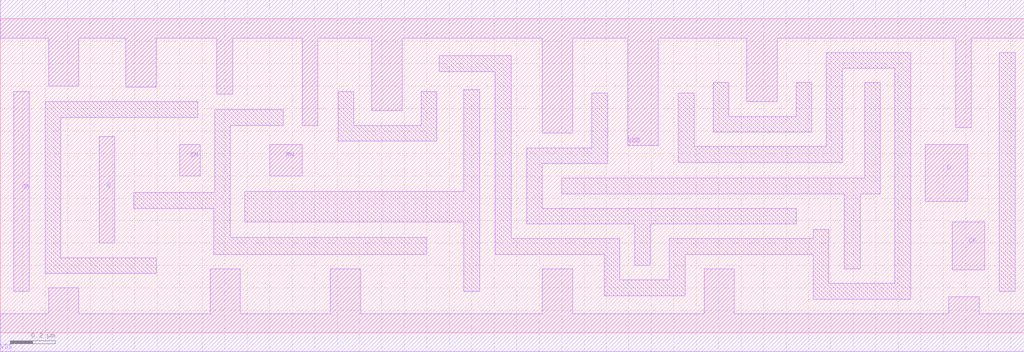
<source format=lef>
# 
# ******************************************************************************
# *                                                                            *
# *                   Copyright (C) 2004-2010, Nangate Inc.                    *
# *                           All rights reserved.                             *
# *                                                                            *
# * Nangate and the Nangate logo are trademarks of Nangate Inc.                *
# *                                                                            *
# * All trademarks, logos, software marks, and trade names (collectively the   *
# * "Marks") in this program are proprietary to Nangate or other respective    *
# * owners that have granted Nangate the right and license to use such Marks.  *
# * You are not permitted to use the Marks without the prior written consent   *
# * of Nangate or such third party that may own the Marks.                     *
# *                                                                            *
# * This file has been provided pursuant to a License Agreement containing     *
# * restrictions on its use. This file contains valuable trade secrets and     *
# * proprietary information of Nangate Inc., and is protected by U.S. and      *
# * international laws and/or treaties.                                        *
# *                                                                            *
# * The copyright notice(s) in this file does not indicate actual or intended  *
# * publication of this file.                                                  *
# *                                                                            *
# *     NGLibraryCreator, v2010.08-HR32-SP3-2010-08-05 - build 1009061800      *
# *                                                                            *
# ******************************************************************************
# 
# 
# Running on brazil06.nangate.com.br for user Giancarlo Franciscatto (gfr).
# Local time is now Fri, 3 Dec 2010, 19:32:18.
# Main process id is 27821.

VERSION 5.6 ;
BUSBITCHARS "[]" ;
DIVIDERCHAR "/" ;

MACRO DFFRS_X1
  CLASS core ;
  FOREIGN DFFRS_X1 0.0 0.0 ;
  ORIGIN 0 0 ;
  SYMMETRY X Y ;
  SITE FreePDK45_38x28_10R_NP_162NW_34O ;
  SIZE 4.56 BY 1.4 ;
  PIN D
    DIRECTION INPUT ;
    ANTENNAPARTIALMETALAREA 0.04845 LAYER metal1 ;
    ANTENNAPARTIALMETALSIDEAREA 0.1157 LAYER metal1 ;
    ANTENNAGATEAREA 0.03475 ;
    PORT
      LAYER metal1 ;
        POLYGON 4.12 0.585 4.31 0.585 4.31 0.84 4.12 0.84  ;
    END
  END D
  PIN RN
    DIRECTION INPUT ;
    ANTENNAPARTIALMETALAREA 0.0203 LAYER metal1 ;
    ANTENNAPARTIALMETALSIDEAREA 0.0741 LAYER metal1 ;
    ANTENNAGATEAREA 0.03525 ;
    PORT
      LAYER metal1 ;
        POLYGON 1.2 0.7 1.345 0.7 1.345 0.84 1.2 0.84  ;
    END
  END RN
  PIN SN
    DIRECTION INPUT ;
    ANTENNAPARTIALMETALAREA 0.0126 LAYER metal1 ;
    ANTENNAPARTIALMETALSIDEAREA 0.0598 LAYER metal1 ;
    ANTENNAGATEAREA 0.0615 ;
    PORT
      LAYER metal1 ;
        POLYGON 0.8 0.7 0.89 0.7 0.89 0.84 0.8 0.84  ;
    END
  END SN
  PIN CK
    DIRECTION INPUT ;
    ANTENNAPARTIALMETALAREA 0.031175 LAYER metal1 ;
    ANTENNAPARTIALMETALSIDEAREA 0.0936 LAYER metal1 ;
    ANTENNAGATEAREA 0.02625 ;
    PORT
      LAYER metal1 ;
        POLYGON 4.24 0.28 4.385 0.28 4.385 0.495 4.24 0.495  ;
    END
  END CK
  PIN Q
    DIRECTION OUTPUT ;
    ANTENNAPARTIALMETALAREA 0.03325 LAYER metal1 ;
    ANTENNAPARTIALMETALSIDEAREA 0.1417 LAYER metal1 ;
    ANTENNADIFFAREA 0.109725 ;
    PORT
      LAYER metal1 ;
        POLYGON 0.44 0.4 0.51 0.4 0.51 0.875 0.44 0.875  ;
    END
  END Q
  PIN QN
    DIRECTION OUTPUT ;
    ANTENNAPARTIALMETALAREA 0.0623 LAYER metal1 ;
    ANTENNAPARTIALMETALSIDEAREA 0.2496 LAYER metal1 ;
    ANTENNADIFFAREA 0.109725 ;
    PORT
      LAYER metal1 ;
        POLYGON 0.06 0.185 0.13 0.185 0.13 1.075 0.06 1.075  ;
    END
  END QN
  PIN VDD
    DIRECTION INOUT ;
    USE power ;
    SHAPE ABUTMENT ;
    PORT
      LAYER metal1 ;
        POLYGON 0 1.315 0.215 1.315 0.215 1.1 0.35 1.1 0.35 1.315 0.56 1.315 0.56 1.095 0.695 1.095 0.695 1.315 0.88 1.315 0.965 1.315 0.965 1.065 1.035 1.065 1.035 1.315 1.345 1.315 1.345 0.925 1.415 0.925 1.415 1.315 1.655 1.315 1.655 0.99 1.79 0.99 1.79 1.315 1.945 1.315 2.415 1.315 2.415 0.89 2.55 0.89 2.55 1.315 2.795 1.315 2.795 0.835 2.93 0.835 2.93 1.315 3.325 1.315 3.325 1.03 3.46 1.03 3.46 1.315 3.615 1.315 4.055 1.315 4.255 1.315 4.255 0.915 4.325 0.915 4.325 1.315 4.52 1.315 4.56 1.315 4.56 1.485 4.52 1.485 4.055 1.485 3.615 1.485 1.945 1.485 0.88 1.485 0 1.485  ;
    END
  END VDD
  PIN VSS
    DIRECTION INOUT ;
    USE ground ;
    SHAPE ABUTMENT ;
    PORT
      LAYER metal1 ;
        POLYGON 0 -0.085 4.56 -0.085 4.56 0.085 4.36 0.085 4.36 0.16 4.225 0.16 4.225 0.085 3.27 0.085 3.27 0.285 3.135 0.285 3.135 0.085 2.55 0.085 2.55 0.285 2.415 0.285 2.415 0.085 1.605 0.085 1.605 0.285 1.47 0.285 1.47 0.085 1.07 0.085 1.07 0.285 0.935 0.285 0.935 0.085 0.35 0.085 0.35 0.2 0.215 0.2 0.215 0.085 0 0.085  ;
    END
  END VSS
  OBS
      LAYER metal1 ;
        POLYGON 0.27 0.96 0.88 0.96 0.88 1.03 0.2 1.03 0.2 0.265 0.695 0.265 0.695 0.335 0.27 0.335  ;
        POLYGON 0.595 0.555 0.95 0.555 0.95 0.35 1.9 0.35 1.9 0.425 1.025 0.425 1.025 0.925 1.26 0.925 1.26 0.995 0.955 0.995 0.955 0.625 0.595 0.625  ;
        POLYGON 1.505 0.855 1.945 0.855 1.945 1.075 1.875 1.075 1.875 0.925 1.575 0.925 1.575 1.075 1.505 1.075  ;
        POLYGON 1.09 0.495 2.065 0.495 2.065 0.185 2.135 0.185 2.135 1.085 2.065 1.085 2.065 0.63 1.09 0.63  ;
        POLYGON 2.345 0.485 2.825 0.485 2.825 0.3 2.895 0.3 2.895 0.485 3.545 0.485 3.545 0.555 2.415 0.555 2.415 0.755 2.705 0.755 2.705 1.07 2.635 1.07 2.635 0.825 2.345 0.825  ;
        POLYGON 3.175 0.895 3.615 0.895 3.615 1.115 3.545 1.115 3.545 0.965 3.245 0.965 3.245 1.115 3.175 1.115  ;
        POLYGON 2.5 0.62 3.76 0.62 3.76 0.285 3.83 0.285 3.83 0.62 3.92 0.62 3.92 1.115 3.85 1.115 3.85 0.69 2.5 0.69  ;
        POLYGON 3.02 0.76 3.75 0.76 3.75 1.18 3.985 1.18 3.985 0.22 3.69 0.22 3.69 0.46 3.62 0.46 3.62 0.42 2.98 0.42 2.98 0.235 2.76 0.235 2.76 0.42 2.275 0.42 2.275 1.235 1.955 1.235 1.955 1.165 2.205 1.165 2.205 0.35 2.69 0.35 2.69 0.165 3.05 0.165 3.05 0.35 3.62 0.35 3.62 0.15 4.055 0.15 4.055 1.25 3.68 1.25 3.68 0.83 3.09 0.83 3.09 1.07 3.02 1.07  ;
        POLYGON 4.45 0.185 4.52 0.185 4.52 1.25 4.45 1.25  ;
  END
END DFFRS_X1

END LIBRARY
#
# End of file
#

</source>
